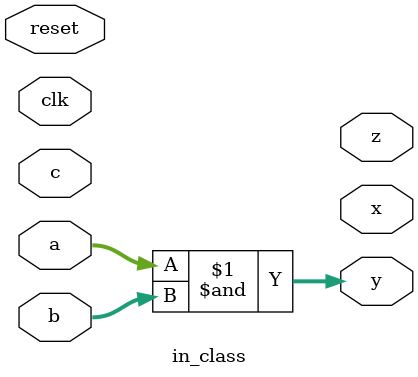
<source format=sv>
module in_class(
    input logic clk,
    input logic reset,
    input logic [15:0] a,
    input logic [15:0] b,
    input logic [15:0] c,
    output logic [15:0] x,
    output logic [15:0] y,
    output logic [15:0] z
);

    assign y = a & b;

endmodule

</source>
